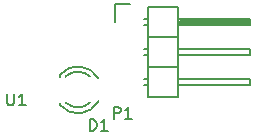
<source format=gbr>
G04 #@! TF.FileFunction,Legend,Top*
%FSLAX46Y46*%
G04 Gerber Fmt 4.6, Leading zero omitted, Abs format (unit mm)*
G04 Created by KiCad (PCBNEW 0.201509101502+6177~30~ubuntu14.04.1-product) date Παρ 18 Σεπ 2015 07:05:43 μμ EEST*
%MOMM*%
G01*
G04 APERTURE LIST*
%ADD10C,0.100000*%
%ADD11C,0.150000*%
G04 APERTURE END LIST*
D10*
D11*
X161726000Y-109899000D02*
X161726000Y-109699000D01*
X161726000Y-107305000D02*
X161726000Y-107485000D01*
X164953744Y-107615357D02*
G75*
G03X161726000Y-107299000I-1727744J-1003643D01*
G01*
X164278006Y-107485932D02*
G75*
G03X162175000Y-107485000I-1052006J-1133068D01*
G01*
X161738780Y-109925726D02*
G75*
G03X164976000Y-109579000I1497220J1306726D01*
G01*
X162212111Y-109698253D02*
G75*
G03X164260000Y-109679000I1013889J1079253D01*
G01*
X166340000Y-101320000D02*
X166340000Y-102870000D01*
X167640000Y-101320000D02*
X166340000Y-101320000D01*
X171831000Y-102743000D02*
X177673000Y-102743000D01*
X177673000Y-102743000D02*
X177673000Y-102997000D01*
X177673000Y-102997000D02*
X171831000Y-102997000D01*
X171831000Y-102997000D02*
X171831000Y-102870000D01*
X171831000Y-102870000D02*
X177673000Y-102870000D01*
X169164000Y-102616000D02*
X168783000Y-102616000D01*
X169164000Y-103124000D02*
X168783000Y-103124000D01*
X169164000Y-105156000D02*
X168783000Y-105156000D01*
X169164000Y-105664000D02*
X168783000Y-105664000D01*
X169164000Y-107696000D02*
X168783000Y-107696000D01*
X169164000Y-108204000D02*
X168783000Y-108204000D01*
X171704000Y-104140000D02*
X171704000Y-101600000D01*
X177800000Y-103124000D02*
X171704000Y-103124000D01*
X177800000Y-102616000D02*
X177800000Y-103124000D01*
X171704000Y-102616000D02*
X177800000Y-102616000D01*
X169164000Y-104140000D02*
X171704000Y-104140000D01*
X169164000Y-101600000D02*
X169164000Y-104140000D01*
X169164000Y-101600000D02*
X171704000Y-101600000D01*
X169164000Y-106680000D02*
X171704000Y-106680000D01*
X169164000Y-106680000D02*
X169164000Y-109220000D01*
X171704000Y-107696000D02*
X177800000Y-107696000D01*
X177800000Y-107696000D02*
X177800000Y-108204000D01*
X177800000Y-108204000D02*
X171704000Y-108204000D01*
X171704000Y-109220000D02*
X171704000Y-106680000D01*
X171704000Y-106680000D02*
X171704000Y-104140000D01*
X177800000Y-105664000D02*
X171704000Y-105664000D01*
X177800000Y-105156000D02*
X177800000Y-105664000D01*
X171704000Y-105156000D02*
X177800000Y-105156000D01*
X169164000Y-106680000D02*
X171704000Y-106680000D01*
X169164000Y-104140000D02*
X169164000Y-106680000D01*
X169164000Y-104140000D02*
X171704000Y-104140000D01*
X169164000Y-109220000D02*
X171704000Y-109220000D01*
X157226095Y-108926381D02*
X157226095Y-109735905D01*
X157273714Y-109831143D01*
X157321333Y-109878762D01*
X157416571Y-109926381D01*
X157607048Y-109926381D01*
X157702286Y-109878762D01*
X157749905Y-109831143D01*
X157797524Y-109735905D01*
X157797524Y-108926381D01*
X158797524Y-109926381D02*
X158226095Y-109926381D01*
X158511809Y-109926381D02*
X158511809Y-108926381D01*
X158416571Y-109069238D01*
X158321333Y-109164476D01*
X158226095Y-109212095D01*
X164234905Y-112085381D02*
X164234905Y-111085381D01*
X164473000Y-111085381D01*
X164615858Y-111133000D01*
X164711096Y-111228238D01*
X164758715Y-111323476D01*
X164806334Y-111513952D01*
X164806334Y-111656810D01*
X164758715Y-111847286D01*
X164711096Y-111942524D01*
X164615858Y-112037762D01*
X164473000Y-112085381D01*
X164234905Y-112085381D01*
X165758715Y-112085381D02*
X165187286Y-112085381D01*
X165473000Y-112085381D02*
X165473000Y-111085381D01*
X165377762Y-111228238D01*
X165282524Y-111323476D01*
X165187286Y-111371095D01*
X166266905Y-111069381D02*
X166266905Y-110069381D01*
X166647858Y-110069381D01*
X166743096Y-110117000D01*
X166790715Y-110164619D01*
X166838334Y-110259857D01*
X166838334Y-110402714D01*
X166790715Y-110497952D01*
X166743096Y-110545571D01*
X166647858Y-110593190D01*
X166266905Y-110593190D01*
X167790715Y-111069381D02*
X167219286Y-111069381D01*
X167505000Y-111069381D02*
X167505000Y-110069381D01*
X167409762Y-110212238D01*
X167314524Y-110307476D01*
X167219286Y-110355095D01*
M02*

</source>
